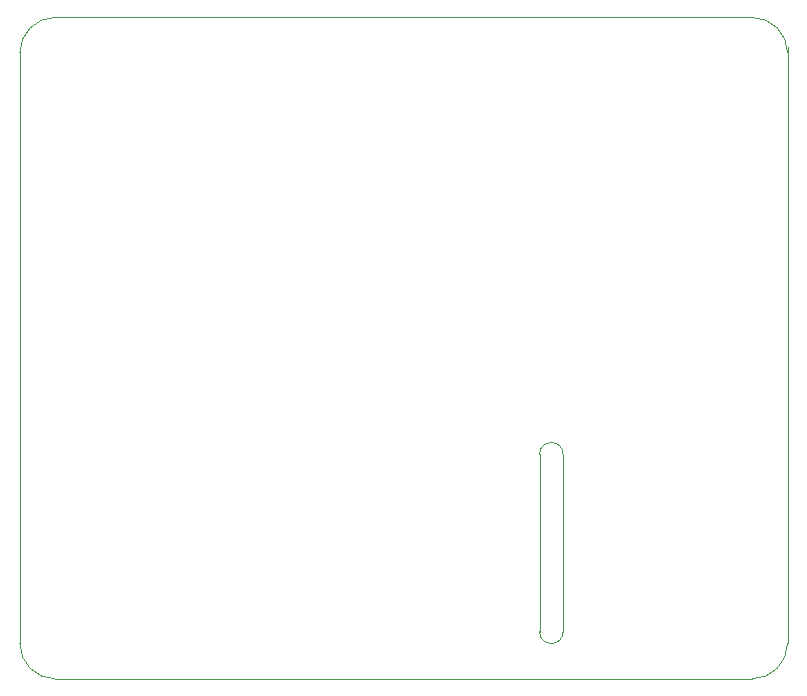
<source format=gm1>
G04 #@! TF.FileFunction,Profile,NP*
%FSLAX46Y46*%
G04 Gerber Fmt 4.6, Leading zero omitted, Abs format (unit mm)*
G04 Created by KiCad (PCBNEW 4.0.7-e2-6376~58~ubuntu16.04.1) date Mon Mar 19 23:41:14 2018*
%MOMM*%
%LPD*%
G01*
G04 APERTURE LIST*
%ADD10C,0.100000*%
G04 APERTURE END LIST*
D10*
X114818200Y-85661500D02*
X114818200Y-104711500D01*
X179818200Y-70111500D02*
G75*
G03X176818200Y-67111500I-3000000J0D01*
G01*
X117818200Y-67111500D02*
X176818200Y-67111500D01*
X117818200Y-67111500D02*
G75*
G03X114818200Y-70111500I0J-3000000D01*
G01*
X160818200Y-119111500D02*
G75*
G02X158818200Y-119111500I-1000000J0D01*
G01*
X160818200Y-104111500D02*
G75*
G03X158818200Y-104111500I-1000000J0D01*
G01*
X160818200Y-104111500D02*
X160818200Y-119111500D01*
X158818200Y-104111500D02*
X158818200Y-119111500D01*
X176818200Y-123111500D02*
G75*
G03X179818200Y-120111500I0J3000000D01*
G01*
X114818200Y-120111500D02*
G75*
G03X117818200Y-123111500I3000000J0D01*
G01*
X114818200Y-104611500D02*
X114818200Y-120111500D01*
X114818200Y-69611500D02*
X114818200Y-85611500D01*
X117818200Y-123111500D02*
X176818200Y-123111500D01*
X179818200Y-69611500D02*
X179818200Y-120111500D01*
M02*

</source>
